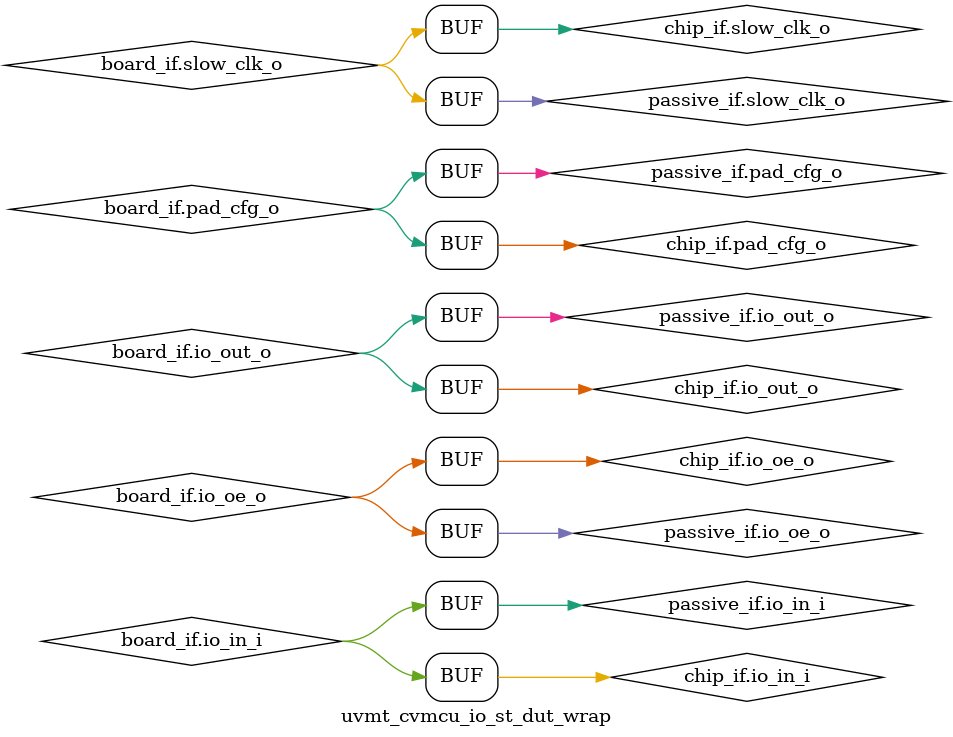
<source format=sv>


`ifndef __UVMT_CVMCU_IO_ST_DUT_WRAP_SV__
`define __UVMT_CVMCU_IO_ST_DUT_WRAP_SV__


/**
 * Module wrapper connecting CORE-V-MCU IO UVM Agent Self-Test Bench interfaces.  All ports are SV interfaces.
 * @ingroup uvmt_cvmcu_io_st_tb
 */
module uvmt_cvmcu_io_st_dut_wrap(
   uvma_cvmcu_io_if  board_if, ///< BOARD Agent interface
   uvma_cvmcu_io_if  chip_if, ///< CHIP Agent interface
   uvma_cvmcu_io_if  passive_if, ///< Passive Agent interface
   uvma_clk_if    ref_clk_i_if  , ///< Reference Clock interface
   uvma_reset_if  reset_if  ///< Active-low asynchronous reset interface
);

   assign chip_if.io_in_i = board_if.io_in_i;
   assign passive_if.io_in_i = board_if.io_in_i;
   assign chip_if.io_out_o = board_if.io_out_o;
   assign passive_if.io_out_o = board_if.io_out_o;
   assign chip_if.pad_cfg_o = board_if.pad_cfg_o;
   assign passive_if.pad_cfg_o = board_if.pad_cfg_o;
   assign chip_if.io_oe_o = board_if.io_oe_o;
   assign passive_if.io_oe_o = board_if.io_oe_o;
   assign chip_if.slow_clk_o = board_if.slow_clk_o;
   assign passive_if.slow_clk_o = board_if.slow_clk_o;

endmodule : uvmt_cvmcu_io_st_dut_wrap


`endif // __UVMT_CVMCU_IO_ST_DUT_WRAP_SV__
</source>
